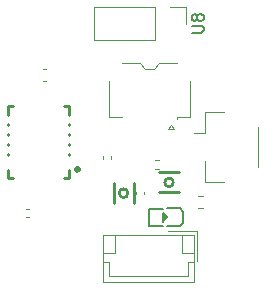
<source format=gto>
%TF.GenerationSoftware,KiCad,Pcbnew,9.0.4*%
%TF.CreationDate,2025-10-05T00:28:02-04:00*%
%TF.ProjectId,bldc motor controller,626c6463-206d-46f7-946f-7220636f6e74,rev?*%
%TF.SameCoordinates,Original*%
%TF.FileFunction,Legend,Top*%
%TF.FilePolarity,Positive*%
%FSLAX46Y46*%
G04 Gerber Fmt 4.6, Leading zero omitted, Abs format (unit mm)*
G04 Created by KiCad (PCBNEW 9.0.4) date 2025-10-05 00:28:02*
%MOMM*%
%LPD*%
G01*
G04 APERTURE LIST*
%ADD10C,0.150000*%
%ADD11C,0.120000*%
%ADD12C,0.254000*%
%ADD13C,0.300000*%
G04 APERTURE END LIST*
D10*
X146824819Y-78311904D02*
X147634342Y-78311904D01*
X147634342Y-78311904D02*
X147729580Y-78264285D01*
X147729580Y-78264285D02*
X147777200Y-78216666D01*
X147777200Y-78216666D02*
X147824819Y-78121428D01*
X147824819Y-78121428D02*
X147824819Y-77930952D01*
X147824819Y-77930952D02*
X147777200Y-77835714D01*
X147777200Y-77835714D02*
X147729580Y-77788095D01*
X147729580Y-77788095D02*
X147634342Y-77740476D01*
X147634342Y-77740476D02*
X146824819Y-77740476D01*
X147253390Y-77121428D02*
X147205771Y-77216666D01*
X147205771Y-77216666D02*
X147158152Y-77264285D01*
X147158152Y-77264285D02*
X147062914Y-77311904D01*
X147062914Y-77311904D02*
X147015295Y-77311904D01*
X147015295Y-77311904D02*
X146920057Y-77264285D01*
X146920057Y-77264285D02*
X146872438Y-77216666D01*
X146872438Y-77216666D02*
X146824819Y-77121428D01*
X146824819Y-77121428D02*
X146824819Y-76930952D01*
X146824819Y-76930952D02*
X146872438Y-76835714D01*
X146872438Y-76835714D02*
X146920057Y-76788095D01*
X146920057Y-76788095D02*
X147015295Y-76740476D01*
X147015295Y-76740476D02*
X147062914Y-76740476D01*
X147062914Y-76740476D02*
X147158152Y-76788095D01*
X147158152Y-76788095D02*
X147205771Y-76835714D01*
X147205771Y-76835714D02*
X147253390Y-76930952D01*
X147253390Y-76930952D02*
X147253390Y-77121428D01*
X147253390Y-77121428D02*
X147301009Y-77216666D01*
X147301009Y-77216666D02*
X147348628Y-77264285D01*
X147348628Y-77264285D02*
X147443866Y-77311904D01*
X147443866Y-77311904D02*
X147634342Y-77311904D01*
X147634342Y-77311904D02*
X147729580Y-77264285D01*
X147729580Y-77264285D02*
X147777200Y-77216666D01*
X147777200Y-77216666D02*
X147824819Y-77121428D01*
X147824819Y-77121428D02*
X147824819Y-76930952D01*
X147824819Y-76930952D02*
X147777200Y-76835714D01*
X147777200Y-76835714D02*
X147729580Y-76788095D01*
X147729580Y-76788095D02*
X147634342Y-76740476D01*
X147634342Y-76740476D02*
X147443866Y-76740476D01*
X147443866Y-76740476D02*
X147348628Y-76788095D01*
X147348628Y-76788095D02*
X147301009Y-76835714D01*
X147301009Y-76835714D02*
X147253390Y-76930952D01*
D11*
%TO.C,C7*%
X134209420Y-81390000D02*
X134490580Y-81390000D01*
X134209420Y-82410000D02*
X134490580Y-82410000D01*
%TO.C,U7*%
X147940000Y-85015000D02*
X147940000Y-86815000D01*
X147940000Y-86815000D02*
X147000000Y-86815000D01*
X147940000Y-90985000D02*
X147940000Y-89185000D01*
X149540000Y-85015000D02*
X147940000Y-85015000D01*
X149540000Y-90985000D02*
X147940000Y-90985000D01*
X152410000Y-86285000D02*
X152410000Y-89715000D01*
%TO.C,U8*%
X138530000Y-76170000D02*
X138530000Y-78930000D01*
X143720000Y-76170000D02*
X138530000Y-76170000D01*
X143720000Y-76170000D02*
X143720000Y-78930000D01*
X143720000Y-78930000D02*
X138530000Y-78930000D01*
X144990000Y-76170000D02*
X146370000Y-76170000D01*
X146370000Y-76170000D02*
X146370000Y-77550000D01*
D12*
%TO.C,SW1*%
X140200000Y-91049500D02*
X140200000Y-92750500D01*
X141900000Y-91049500D02*
X141900000Y-92750500D01*
X141420500Y-91900000D02*
G75*
G02*
X140679500Y-91900000I-370500J0D01*
G01*
X140679500Y-91900000D02*
G75*
G02*
X141420500Y-91900000I370500J0D01*
G01*
%TO.C,U1*%
X131250000Y-84500000D02*
X131729000Y-84500000D01*
X131250000Y-85279000D02*
X131250000Y-84500000D01*
X131250000Y-86129000D02*
X131250000Y-86021000D01*
X131250000Y-86979000D02*
X131250000Y-86871000D01*
X131250000Y-87829000D02*
X131250000Y-87721000D01*
X131250000Y-88679000D02*
X131250000Y-88571000D01*
X131250000Y-90600000D02*
X131250000Y-89921000D01*
X131729000Y-90600000D02*
X131250000Y-90600000D01*
X135971000Y-84500000D02*
X136450000Y-84500000D01*
X136350000Y-90600000D02*
X135971000Y-90600000D01*
X136450000Y-84500000D02*
X136450000Y-85279000D01*
X136450000Y-86021000D02*
X136450000Y-86129000D01*
X136450000Y-86871000D02*
X136450000Y-86979000D01*
X136450000Y-87721000D02*
X136450000Y-87829000D01*
X136450000Y-88571000D02*
X136450000Y-88679000D01*
X136450000Y-89921000D02*
X136450000Y-90600000D01*
X136450000Y-90600000D02*
X136350000Y-90600000D01*
D13*
X137302000Y-89886000D02*
G75*
G02*
X137002000Y-89886000I-150000J0D01*
G01*
X137002000Y-89886000D02*
G75*
G02*
X137302000Y-89886000I150000J0D01*
G01*
D11*
%TO.C,C10*%
X139289750Y-88792164D02*
X139289750Y-89007836D01*
X140009750Y-88792164D02*
X140009750Y-89007836D01*
%TO.C,C18*%
X132792164Y-93240000D02*
X133007836Y-93240000D01*
X132792164Y-93960000D02*
X133007836Y-93960000D01*
%TO.C,R7*%
X144053641Y-89120000D02*
X143746359Y-89120000D01*
X144053641Y-89880000D02*
X143746359Y-89880000D01*
%TO.C,U2*%
X139840000Y-82385000D02*
X139840000Y-85435000D01*
X139840000Y-85435000D02*
X140890000Y-85435000D01*
X142460000Y-80915000D02*
X140910000Y-80915000D01*
X142860000Y-81415000D02*
X142460000Y-80915000D01*
X143640000Y-81415000D02*
X142860000Y-81415000D01*
X144040000Y-80915000D02*
X143640000Y-81415000D01*
X144800000Y-86478553D02*
X145300000Y-86478553D01*
X145050000Y-86125000D02*
X144800000Y-86478553D01*
X145300000Y-86478553D02*
X145050000Y-86125000D01*
X145590000Y-80915000D02*
X144040000Y-80915000D01*
X145610000Y-85435000D02*
X145610000Y-85625000D01*
X146660000Y-82385000D02*
X146660000Y-85435000D01*
X146660000Y-85435000D02*
X145610000Y-85435000D01*
D10*
%TO.C,LED1*%
X143209500Y-94706500D02*
X143209500Y-93226500D01*
X144359500Y-93206500D02*
X143209500Y-93206500D01*
X144359500Y-94706500D02*
X143209500Y-94706500D01*
X144379500Y-93626500D02*
X144389500Y-93626500D01*
X144379500Y-93956500D02*
X144719500Y-93956500D01*
X144379500Y-94296500D02*
X144719500Y-93956500D01*
X144379500Y-94306500D02*
X144379500Y-93626500D01*
X144379500Y-94306500D02*
X144379500Y-94296500D01*
X144389500Y-93626500D02*
X144719500Y-93956500D01*
X144739500Y-93204000D02*
X145789500Y-93204000D01*
X144739500Y-94704500D02*
X145789500Y-94704500D01*
X146089500Y-93504000D02*
X145789500Y-93204000D01*
X146089500Y-93604000D02*
X146089500Y-93504000D01*
X146089500Y-94304000D02*
X146089500Y-93604000D01*
X146089500Y-94304000D02*
X146089500Y-94404500D01*
X146089500Y-94404500D02*
X145789500Y-94704500D01*
D12*
%TO.C,SW2*%
X145750500Y-90150000D02*
X144049500Y-90150000D01*
X145750500Y-91850000D02*
X144049500Y-91850000D01*
X145270500Y-91000000D02*
G75*
G02*
X144529500Y-91000000I-370500J0D01*
G01*
X144529500Y-91000000D02*
G75*
G02*
X145270500Y-91000000I370500J0D01*
G01*
D11*
%TO.C,CN1*%
X139290000Y-95440000D02*
X139290000Y-99460000D01*
X139290000Y-96940000D02*
X140290000Y-96940000D01*
X139290000Y-99460000D02*
X147010000Y-99460000D01*
X139790000Y-97750000D02*
X139290000Y-97750000D01*
X139790000Y-98960000D02*
X139790000Y-97750000D01*
X140290000Y-96940000D02*
X140290000Y-95440000D01*
X146010000Y-96940000D02*
X146010000Y-95440000D01*
X146510000Y-97750000D02*
X146510000Y-98960000D01*
X146510000Y-98960000D02*
X139790000Y-98960000D01*
X147010000Y-95440000D02*
X139290000Y-95440000D01*
X147010000Y-96940000D02*
X146010000Y-96940000D01*
X147010000Y-97750000D02*
X146510000Y-97750000D01*
X147010000Y-99460000D02*
X147010000Y-95440000D01*
X147310000Y-95140000D02*
X144810000Y-95140000D01*
X147310000Y-97640000D02*
X147310000Y-95140000D01*
%TO.C,C24*%
X142090000Y-92007836D02*
X142090000Y-91792164D01*
X142810000Y-92007836D02*
X142810000Y-91792164D01*
%TO.C,R8*%
X147312742Y-92127500D02*
X147787258Y-92127500D01*
X147312742Y-93172500D02*
X147787258Y-93172500D01*
%TD*%
M02*

</source>
